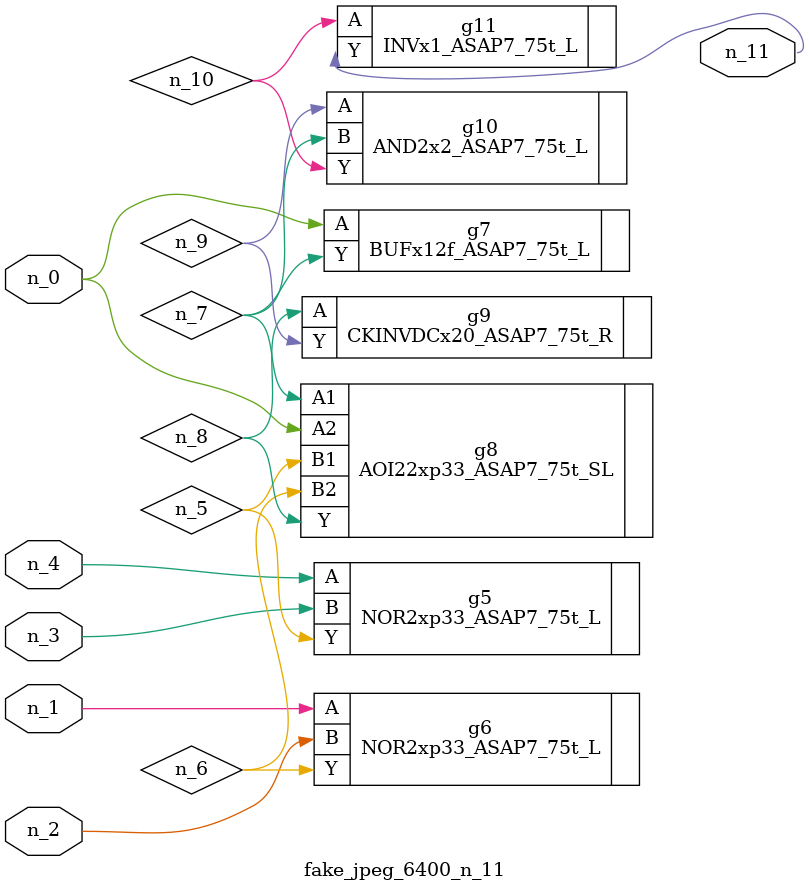
<source format=v>
module fake_jpeg_6400_n_11 (n_3, n_2, n_1, n_0, n_4, n_11);

input n_3;
input n_2;
input n_1;
input n_0;
input n_4;

output n_11;

wire n_10;
wire n_8;
wire n_9;
wire n_6;
wire n_5;
wire n_7;

NOR2xp33_ASAP7_75t_L g5 ( 
.A(n_4),
.B(n_3),
.Y(n_5)
);

NOR2xp33_ASAP7_75t_L g6 ( 
.A(n_1),
.B(n_2),
.Y(n_6)
);

BUFx12f_ASAP7_75t_L g7 ( 
.A(n_0),
.Y(n_7)
);

AOI22xp33_ASAP7_75t_SL g8 ( 
.A1(n_7),
.A2(n_0),
.B1(n_5),
.B2(n_6),
.Y(n_8)
);

CKINVDCx20_ASAP7_75t_R g9 ( 
.A(n_8),
.Y(n_9)
);

AND2x2_ASAP7_75t_L g10 ( 
.A(n_9),
.B(n_7),
.Y(n_10)
);

INVx1_ASAP7_75t_L g11 ( 
.A(n_10),
.Y(n_11)
);


endmodule
</source>
